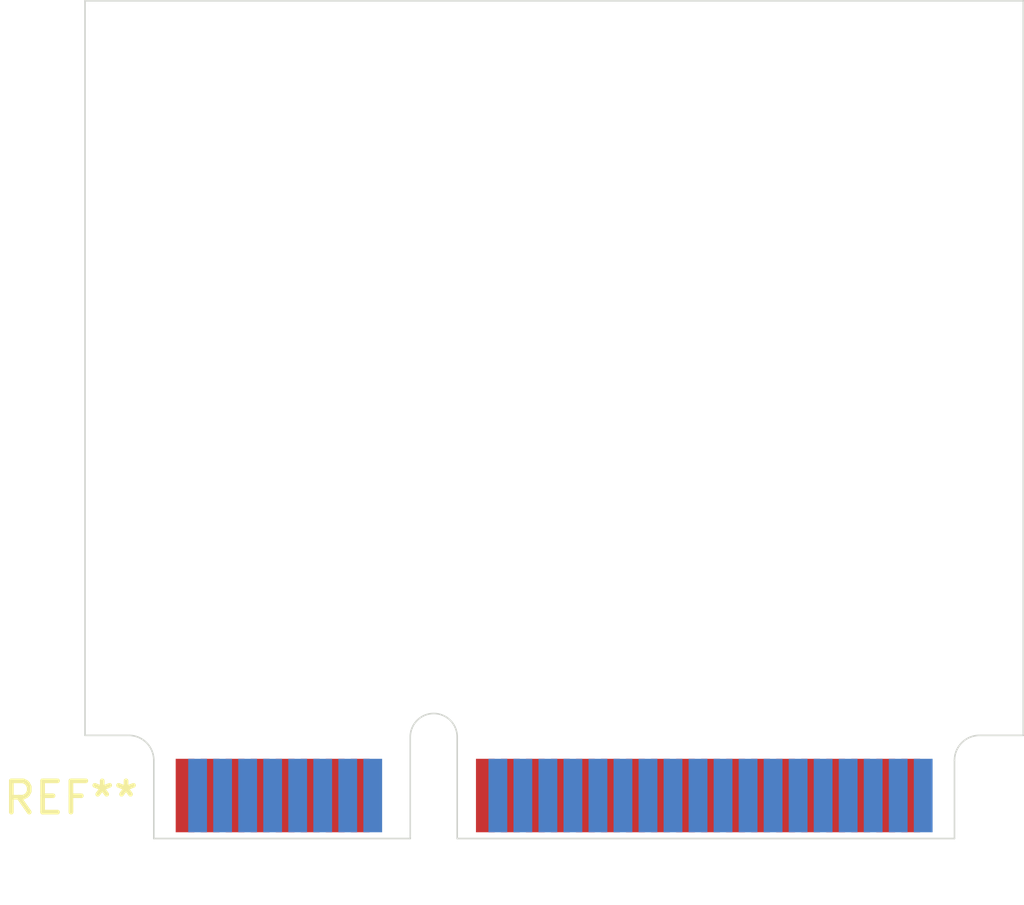
<source format=kicad_pcb>
(kicad_pcb (version 20171130) (host pcbnew 5.1.5+dfsg1-2build2)

  (general
    (thickness 1.6)
    (drawings 0)
    (tracks 0)
    (zones 0)
    (modules 1)
    (nets 1)
  )

  (page A4)
  (layers
    (0 F.Cu signal)
    (31 B.Cu signal)
    (32 B.Adhes user)
    (33 F.Adhes user)
    (34 B.Paste user)
    (35 F.Paste user)
    (36 B.SilkS user)
    (37 F.SilkS user)
    (38 B.Mask user)
    (39 F.Mask user)
    (40 Dwgs.User user)
    (41 Cmts.User user)
    (42 Eco1.User user)
    (43 Eco2.User user)
    (44 Edge.Cuts user)
    (45 Margin user)
    (46 B.CrtYd user)
    (47 F.CrtYd user)
    (48 B.Fab user)
    (49 F.Fab user)
  )

  (setup
    (last_trace_width 0.25)
    (trace_clearance 0.2)
    (zone_clearance 0.508)
    (zone_45_only no)
    (trace_min 0.2)
    (via_size 0.8)
    (via_drill 0.4)
    (via_min_size 0.4)
    (via_min_drill 0.3)
    (uvia_size 0.3)
    (uvia_drill 0.1)
    (uvias_allowed no)
    (uvia_min_size 0.2)
    (uvia_min_drill 0.1)
    (edge_width 0.05)
    (segment_width 0.2)
    (pcb_text_width 0.3)
    (pcb_text_size 1.5 1.5)
    (mod_edge_width 0.12)
    (mod_text_size 1 1)
    (mod_text_width 0.15)
    (pad_size 1.524 1.524)
    (pad_drill 0.762)
    (pad_to_mask_clearance 0.051)
    (solder_mask_min_width 0.25)
    (aux_axis_origin 0 0)
    (visible_elements FFFFFF7F)
    (pcbplotparams
      (layerselection 0x010fc_ffffffff)
      (usegerberextensions false)
      (usegerberattributes false)
      (usegerberadvancedattributes false)
      (creategerberjobfile false)
      (excludeedgelayer true)
      (linewidth 0.100000)
      (plotframeref false)
      (viasonmask false)
      (mode 1)
      (useauxorigin false)
      (hpglpennumber 1)
      (hpglpenspeed 20)
      (hpglpendiameter 15.000000)
      (psnegative false)
      (psa4output false)
      (plotreference true)
      (plotvalue true)
      (plotinvisibletext false)
      (padsonsilk false)
      (subtractmaskfromsilk false)
      (outputformat 1)
      (mirror false)
      (drillshape 1)
      (scaleselection 1)
      (outputdirectory ""))
  )

  (net 0 "")

  (net_class Default "This is the default net class."
    (clearance 0.2)
    (trace_width 0.25)
    (via_dia 0.8)
    (via_drill 0.4)
    (uvia_dia 0.3)
    (uvia_drill 0.1)
  )

  (module mpcie:mini-PCIe_H1_Half (layer F.Cu) (tedit 5A401278) (tstamp 6024C490)
    (at 138.43 64.77)
    (fp_text reference REF** (at -11.6 -1.3) (layer F.SilkS)
      (effects (font (size 1 1) (thickness 0.15)))
    )
    (fp_text value mini-PCIe_H1_Half (at 3.9 1.3) (layer F.Fab)
      (effects (font (size 1 1) (thickness 0.15)))
    )
    (fp_line (start -5.35 -22.7) (end -7.05 -21) (layer F.CrtYd) (width 0.05))
    (fp_line (start 13.05 -22.7) (end 14.75 -21) (layer F.CrtYd) (width 0.05))
    (fp_line (start 0.75 -3.3) (end 0.75 -4.2) (layer F.CrtYd) (width 0.05))
    (fp_line (start 18.85 -21) (end 18.85 -26.8) (layer F.CrtYd) (width 0.05))
    (fp_line (start 13.05 -26.8) (end 18.85 -26.8) (layer F.CrtYd) (width 0.05))
    (fp_line (start 13.05 -22.7) (end 13.05 -26.8) (layer F.CrtYd) (width 0.05))
    (fp_line (start 14.75 -21) (end 18.85 -21) (layer F.CrtYd) (width 0.05))
    (fp_line (start -11.15 -21) (end -7.05 -21) (layer F.CrtYd) (width 0.05))
    (fp_line (start -11.15 -21) (end -11.15 -26.8) (layer F.CrtYd) (width 0.05))
    (fp_line (start -11.15 -26.8) (end -5.35 -26.8) (layer F.CrtYd) (width 0.05))
    (fp_line (start -5.35 -22.7) (end -5.35 -26.8) (layer F.CrtYd) (width 0.05))
    (fp_line (start 18.85 -21) (end 18.85 -26.8) (layer B.CrtYd) (width 0.05))
    (fp_line (start 13.05 -22.7) (end 13.05 -26.8) (layer B.CrtYd) (width 0.05))
    (fp_line (start 14.75 -21) (end 18.85 -21) (layer B.CrtYd) (width 0.05))
    (fp_line (start 13.05 -26.8) (end 18.85 -26.8) (layer B.CrtYd) (width 0.05))
    (fp_line (start -5.35 -22.7) (end -5.35 -26.8) (layer B.CrtYd) (width 0.05))
    (fp_line (start -11.15 -21) (end -11.15 -26.8) (layer B.CrtYd) (width 0.05))
    (fp_line (start -11.15 -21) (end -7.05 -21) (layer B.CrtYd) (width 0.05))
    (fp_line (start -0.75 0) (end -0.75 -3.25) (layer Edge.Cuts) (width 0.05))
    (fp_line (start 0.75 0) (end 16.65 0) (layer Edge.Cuts) (width 0.05))
    (fp_line (start -11.15 -3.3) (end -11.15 -26.8) (layer Edge.Cuts) (width 0.05))
    (fp_line (start 18.85 -3.3) (end 18.85 -26.8) (layer Edge.Cuts) (width 0.05))
    (fp_line (start -11.15 -26.8) (end 18.85 -26.8) (layer Edge.Cuts) (width 0.05))
    (fp_line (start -0.75 0) (end -8.95 0) (layer Edge.Cuts) (width 0.05))
    (fp_arc (start 17.45 -2.5) (end 16.65 -2.5) (angle 90) (layer Edge.Cuts) (width 0.05))
    (fp_line (start 17.45 -3.3) (end 18.85 -3.3) (layer Edge.Cuts) (width 0.05))
    (fp_line (start 16.65 0) (end 16.65 -2.5) (layer Edge.Cuts) (width 0.05))
    (fp_arc (start -9.75 -2.5) (end -8.95 -2.5) (angle -90) (layer Edge.Cuts) (width 0.05))
    (fp_line (start -11.15 -3.3) (end -9.75 -3.3) (layer Edge.Cuts) (width 0.05))
    (fp_line (start -8.95 0) (end -8.95 -2.5) (layer Edge.Cuts) (width 0.05))
    (fp_line (start 0.75 0) (end 0.75 -3.25) (layer Edge.Cuts) (width 0.05))
    (fp_arc (start 0 -3.25) (end 0.75 -3.25) (angle -180) (layer Edge.Cuts) (width 0.05))
    (fp_line (start -11.15 -26.8) (end -5.35 -26.8) (layer B.CrtYd) (width 0.05))
    (fp_line (start -11.15 -3.3) (end -0.75 -3.3) (layer F.CrtYd) (width 0.05))
    (fp_line (start 0.75 -3.3) (end 18.85 -3.3) (layer F.CrtYd) (width 0.05))
    (fp_line (start -0.75 -3.3) (end -0.75 -4.2) (layer F.CrtYd) (width 0.05))
    (fp_line (start -0.75 -4.2) (end 0.75 -4.2) (layer F.CrtYd) (width 0.05))
    (fp_line (start -11.15 -5.1) (end 18.85 -5.1) (layer B.CrtYd) (width 0.05))
    (fp_line (start 13.05 -22.7) (end 14.75 -21) (layer B.CrtYd) (width 0.05))
    (fp_line (start -5.35 -22.7) (end -7.05 -21) (layer B.CrtYd) (width 0.05))
    (pad 2 smd rect (at -7.55 -1.375) (size 0.6 2.35) (layers B.Cu B.Mask))
    (pad 4 smd rect (at -6.75 -1.375) (size 0.6 2.35) (layers B.Cu B.Mask))
    (pad 6 smd rect (at -5.95 -1.375) (size 0.6 2.35) (layers B.Cu B.Mask))
    (pad 8 smd rect (at -5.15 -1.375) (size 0.6 2.35) (layers B.Cu B.Mask))
    (pad 10 smd rect (at -4.35 -1.375) (size 0.6 2.35) (layers B.Cu B.Mask))
    (pad 12 smd rect (at -3.55 -1.375) (size 0.6 2.35) (layers B.Cu B.Mask))
    (pad 14 smd rect (at -2.75 -1.375) (size 0.6 2.35) (layers B.Cu B.Mask))
    (pad 16 smd rect (at -1.95 -1.375) (size 0.6 2.35) (layers B.Cu B.Mask))
    (pad 52 smd rect (at 15.65 -1.375) (size 0.6 2.35) (layers B.Cu B.Mask))
    (pad 50 smd rect (at 14.85 -1.375) (size 0.6 2.35) (layers B.Cu B.Mask))
    (pad 48 smd rect (at 14.05 -1.375) (size 0.6 2.35) (layers B.Cu B.Mask))
    (pad 46 smd rect (at 13.25 -1.375) (size 0.6 2.35) (layers B.Cu B.Mask))
    (pad 44 smd rect (at 12.45 -1.375) (size 0.6 2.35) (layers B.Cu B.Mask))
    (pad 42 smd rect (at 11.65 -1.375) (size 0.6 2.35) (layers B.Cu B.Mask))
    (pad 40 smd rect (at 10.85 -1.375) (size 0.6 2.35) (layers B.Cu B.Mask))
    (pad 38 smd rect (at 10.05 -1.375) (size 0.6 2.35) (layers B.Cu B.Mask))
    (pad 36 smd rect (at 9.25 -1.375) (size 0.6 2.35) (layers B.Cu B.Mask))
    (pad 34 smd rect (at 8.45 -1.375) (size 0.6 2.35) (layers B.Cu B.Mask))
    (pad 32 smd rect (at 7.65 -1.375) (size 0.6 2.35) (layers B.Cu B.Mask))
    (pad 30 smd rect (at 6.85 -1.375) (size 0.6 2.35) (layers B.Cu B.Mask))
    (pad 28 smd rect (at 6.05 -1.375) (size 0.6 2.35) (layers B.Cu B.Mask))
    (pad 26 smd rect (at 5.25 -1.375) (size 0.6 2.35) (layers B.Cu B.Mask))
    (pad 24 smd rect (at 4.45 -1.375) (size 0.6 2.35) (layers B.Cu B.Mask))
    (pad 22 smd rect (at 3.65 -1.375) (size 0.6 2.35) (layers B.Cu B.Mask))
    (pad 20 smd rect (at 2.85 -1.375) (size 0.6 2.35) (layers B.Cu B.Mask))
    (pad 18 smd rect (at 2.05 -1.375) (size 0.6 2.35) (layers B.Cu B.Mask))
    (pad 17 smd rect (at 1.65 -1.375) (size 0.6 2.35) (layers F.Cu F.Mask))
    (pad 1 smd rect (at -7.95 -1.375) (size 0.6 2.35) (layers F.Cu F.Mask))
    (pad 3 smd rect (at -7.15 -1.375) (size 0.6 2.35) (layers F.Cu F.Mask))
    (pad 5 smd rect (at -6.35 -1.375) (size 0.6 2.35) (layers F.Cu F.Mask))
    (pad 7 smd rect (at -5.55 -1.375) (size 0.6 2.35) (layers F.Cu F.Mask))
    (pad 9 smd rect (at -4.75 -1.375) (size 0.6 2.35) (layers F.Cu F.Mask))
    (pad 11 smd rect (at -3.95 -1.375) (size 0.6 2.35) (layers F.Cu F.Mask))
    (pad 13 smd rect (at -3.15 -1.375) (size 0.6 2.35) (layers F.Cu F.Mask))
    (pad 51 smd rect (at 15.25 -1.375) (size 0.6 2.35) (layers F.Cu F.Mask))
    (pad 49 smd rect (at 14.45 -1.375) (size 0.6 2.35) (layers F.Cu F.Mask))
    (pad 47 smd rect (at 13.65 -1.375) (size 0.6 2.35) (layers F.Cu F.Mask))
    (pad 45 smd rect (at 12.85 -1.375) (size 0.6 2.35) (layers F.Cu F.Mask))
    (pad 43 smd rect (at 12.05 -1.375) (size 0.6 2.35) (layers F.Cu F.Mask))
    (pad 41 smd rect (at 11.25 -1.375) (size 0.6 2.35) (layers F.Cu F.Mask))
    (pad 39 smd rect (at 10.45 -1.375) (size 0.6 2.35) (layers F.Cu F.Mask))
    (pad 37 smd rect (at 9.65 -1.375) (size 0.6 2.35) (layers F.Cu F.Mask))
    (pad 35 smd rect (at 8.85 -1.375) (size 0.6 2.35) (layers F.Cu F.Mask))
    (pad 33 smd rect (at 8.05 -1.375) (size 0.6 2.35) (layers F.Cu F.Mask))
    (pad 31 smd rect (at 7.25 -1.375) (size 0.6 2.35) (layers F.Cu F.Mask))
    (pad 29 smd rect (at 6.45 -1.375) (size 0.6 2.35) (layers F.Cu F.Mask))
    (pad 27 smd rect (at 5.65 -1.375) (size 0.6 2.35) (layers F.Cu F.Mask))
    (pad 25 smd rect (at 4.85 -1.375) (size 0.6 2.35) (layers F.Cu F.Mask))
    (pad 23 smd rect (at 4.05 -1.375) (size 0.6 2.35) (layers F.Cu F.Mask))
    (pad 21 smd rect (at 3.25 -1.375) (size 0.6 2.35) (layers F.Cu F.Mask))
    (pad 19 smd rect (at 2.45 -1.375) (size 0.6 2.35) (layers F.Cu F.Mask))
    (pad 15 smd rect (at -2.35 -1.375) (size 0.6 2.35) (layers F.Cu F.Mask))
    (pad "" np_thru_hole circle (at 15.95 -23.9) (size 2.6 2.6) (drill 2.6) (layers *.Cu))
    (pad "" np_thru_hole circle (at -8.25 -23.9) (size 2.6 2.6) (drill 2.6) (layers *.Cu))
  )

)

</source>
